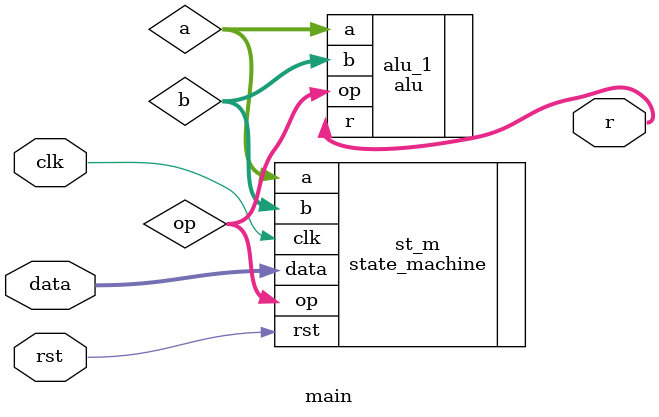
<source format=v>
`timescale 1ns / 1ps


module main(
    input wire clk,
    input wire rst,
    input wire[15:0] data,
    output wire[15:0] r
);

wire[15:0] a;
wire[15:0] b;
wire[3:0] op;

state_machine st_m(.clk(clk), .rst(rst), .data(data), .op(op), .a(a), .b(b));
alu alu_1(.op(op), .a(a), .b(b), .r(r));

endmodule

</source>
